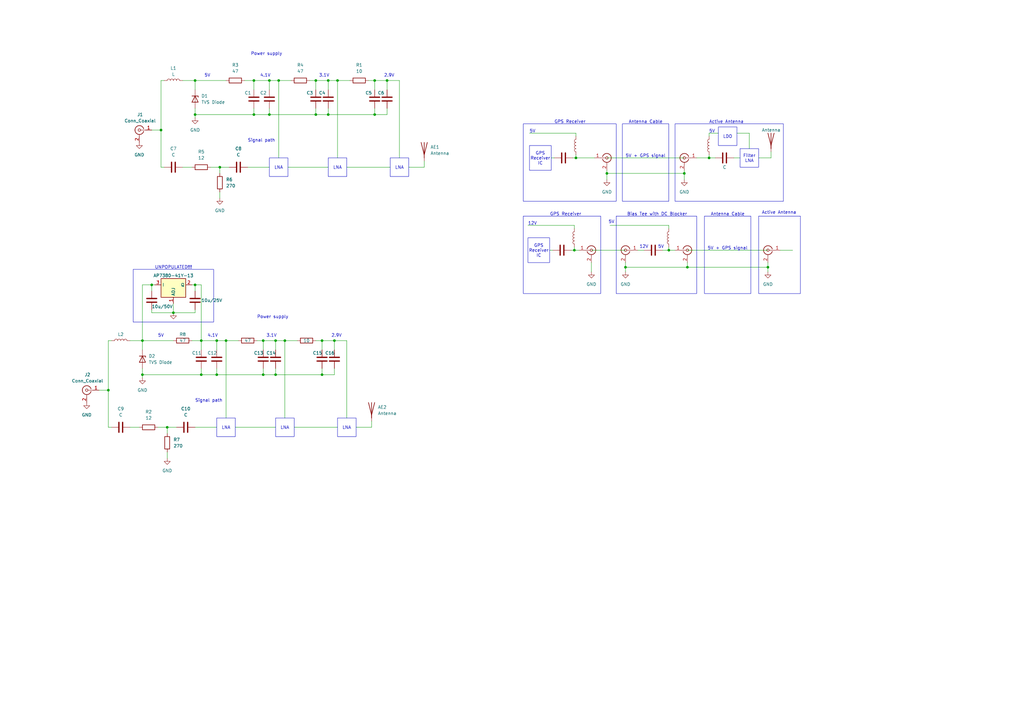
<source format=kicad_sch>
(kicad_sch (version 20230121) (generator eeschema)
  (paper "A3")
  (lib_symbols
    (symbol "Connector:Conn_Coaxial" (pin_names (offset 1.016) hide)
      (property "Reference" "J" (at 0.254 3.048 0))
      (property "Value" "Conn_Coaxial" (at 2.921 0 90))
      (symbol "Conn_Coaxial_0_1"
        (arc (start -1.778 -0.508) (mid 0.2311 -1.8066) (end 1.778 0) (stroke (width 0.254)))
        (polyline (pts (xy -2.54 0) (xy -0.508 0)))
        (polyline (pts (xy 0 -2.54) (xy 0 -1.778)))
        (circle (center 0 0) (radius 0.508) (stroke (width 0.2032)))
        (arc (start 1.778 0) (mid 0.2099 1.8101) (end -1.778 0.508) (stroke (width 0.254)))
      )
      (symbol "Conn_Coaxial_1_1"
        (pin passive line (at -5.08 0 0) (length 2.54) (name "In") (number "1"))
        (pin passive line (at 0 -5.08 90) (length 2.54) (name "Ext") (number "2"))
      )
    )
    (symbol "Device:Antenna" (pin_numbers hide) (pin_names (offset 1.016) hide)
      (property "Reference" "AE" (at -1.905 1.905 0))
      (property "Value" "Antenna" (at -1.905 0 0))
      (symbol "Antenna_0_1"
        (polyline (pts (xy 0 2.54) (xy 0 -3.81)) (stroke (width 0.254)))
        (polyline (pts (xy 1.27 2.54) (xy 0 -2.54) (xy -1.27 2.54)) (stroke (width 0.254)))
      )
      (symbol "Antenna_1_1"
        (pin input line (at 0 -5.08 90) (length 2.54) (name "A") (number "1"))
      )
    )
    (symbol "Device:C" (pin_numbers hide) (pin_names (offset 0.254))
      (property "Reference" "C" (at 0.635 2.54 0))
      (property "Value" "C" (at 0.635 -2.54 0))
      (symbol "C_0_1"
        (polyline (pts (xy -2.032 -0.762) (xy 2.032 -0.762)) (stroke (width 0.508)))
        (polyline (pts (xy -2.032 0.762) (xy 2.032 0.762)) (stroke (width 0.508)))
      )
      (symbol "C_1_1"
        (pin passive line (at 0 3.81 270) (length 2.794) (name "~") (number "1"))
        (pin passive line (at 0 -3.81 90) (length 2.794) (name "~") (number "2"))
      )
    )
    (symbol "Device:D_Zener" (pin_numbers hide) (pin_names (offset 1.016) hide)
      (property "Reference" "D" (at 0 2.54 0))
      (property "Value" "D_Zener" (at 0 -2.54 0))
      (symbol "D_Zener_0_1"
        (polyline (pts (xy 1.27 0) (xy -1.27 0)))
        (polyline (pts (xy -1.27 -1.27) (xy -1.27 1.27) (xy -0.762 1.27)) (stroke (width 0.254)))
        (polyline (pts (xy 1.27 -1.27) (xy 1.27 1.27) (xy -1.27 0) (xy 1.27 -1.27)) (stroke (width 0.254)))
      )
      (symbol "D_Zener_1_1"
        (pin passive line (at -3.81 0 0) (length 2.54) (name "K") (number "1"))
        (pin passive line (at 3.81 0 180) (length 2.54) (name "A") (number "2"))
      )
    )
    (symbol "Device:L" (pin_numbers hide) (pin_names (offset 1.016) hide)
      (property "Reference" "L" (at -1.27 0 90))
      (property "Value" "L" (at 1.905 0 90))
      (symbol "L_0_1"
        (arc (start 0 -2.54) (mid 0.6323 -1.905) (end 0 -1.27))
        (arc (start 0 -1.27) (mid 0.6323 -0.635) (end 0 0))
        (arc (start 0 0) (mid 0.6323 0.635) (end 0 1.27))
        (arc (start 0 1.27) (mid 0.6323 1.905) (end 0 2.54))
      )
      (symbol "L_1_1"
        (pin passive line (at 0 3.81 270) (length 1.27) (name "1") (number "1"))
        (pin passive line (at 0 -3.81 90) (length 1.27) (name "2") (number "2"))
      )
    )
    (symbol "Device:R" (pin_numbers hide) (pin_names (offset 0))
      (property "Reference" "R" (at 2.032 0 90))
      (property "Value" "R" (at 0 0 90))
      (symbol "R_0_1"
        (rectangle (start -1.016 -2.54) (end 1.016 2.54) (stroke (width 0.254)))
      )
      (symbol "R_1_1"
        (pin passive line (at 0 3.81 270) (length 1.27) (name "~") (number "1"))
        (pin passive line (at 0 -3.81 90) (length 1.27) (name "~") (number "2"))
      )
    )
    (symbol "Regulator_Linear:IFX27001TFV"
      (property "Reference" "U" (at 0 6.35 0))
      (property "Value" "IFX27001TFV" (at 0 3.81 0))
      (symbol "IFX27001TFV_1_1"
        (rectangle (start -5.08 2.54) (end 5.08 -5.08) (stroke (width 0.254)) (fill (type background)))
        (pin input line (at 0 -7.62 90) (length 2.54) (name "ADJ") (number "1"))
        (pin power_out line (at 7.62 0 180) (length 2.54) (name "Q") (number "2"))
        (pin power_in line (at -7.62 0 0) (length 2.54) (name "I") (number "3"))
      )
    )
    (symbol "power:GND" (power) (pin_names (offset 0))
      (property "Value" "GND" (at 0 -3.81 0))
      (symbol "GND_0_1"
        (polyline (pts (xy 0 0) (xy 0 -1.27) (xy 1.27 -1.27) (xy 0 -2.54) (xy -1.27 -1.27) (xy 0 -1.27)))
      )
      (symbol "GND_1_1"
        (pin power_in line (at 0 0 270) (length 0) hide (name "GND") (number "1"))
      )
    )
  )
  (junction (at 88.9 153.67))
  (junction (at 82.55 139.7))
  (junction (at 274.32 102.616))
  (junction (at 153.67 46.99))
  (junction (at 113.03 153.67))
  (junction (at 92.71 139.7))
  (junction (at 129.54 33.02))
  (junction (at 132.08 139.7))
  (junction (at 107.95 139.7))
  (junction (at 44.45 160.02))
  (junction (at 62.23 116.84))
  (junction (at 158.75 33.02))
  (junction (at 90.17 68.58))
  (junction (at 80.01 116.84))
  (junction (at 256.54 109.601))
  (junction (at 80.01 46.99))
  (junction (at 58.42 139.7))
  (junction (at 132.08 153.67))
  (junction (at 280.67 71.12))
  (junction (at 66.04 53.34))
  (junction (at 134.62 33.02))
  (junction (at 114.3 33.02))
  (junction (at 110.49 33.02))
  (junction (at 58.42 153.67))
  (junction (at 116.84 139.7))
  (junction (at 113.03 139.7))
  (junction (at 314.96 109.601))
  (junction (at 138.43 33.02))
  (junction (at 134.62 46.99))
  (junction (at 104.14 46.99))
  (junction (at 104.14 33.02))
  (junction (at 248.92 71.12))
  (junction (at 80.01 33.02))
  (junction (at 281.94 109.601))
  (junction (at 71.12 128.27))
  (junction (at 153.67 33.02))
  (junction (at 137.16 139.7))
  (junction (at 110.49 46.99))
  (junction (at 129.54 46.99))
  (junction (at 290.83 64.77))
  (junction (at 82.55 153.67))
  (junction (at 236.22 64.77))
  (junction (at 107.95 153.67))
  (junction (at 68.58 175.26))
  (junction (at 235.585 102.616))
  (junction (at 88.9 139.7))
  (wire (pts (xy 68.58 185.42) (xy 68.58 187.96)))
  (wire (pts (xy 62.23 116.84) (xy 62.23 119.38)))
  (wire (pts (xy 248.92 69.85) (xy 248.92 71.12)))
  (wire (pts (xy 62.23 53.34) (xy 66.04 53.34)))
  (wire (pts (xy 58.42 151.13) (xy 58.42 153.67)))
  (wire (pts (xy 58.42 139.7) (xy 58.42 116.84)))
  (wire (pts (xy 58.42 139.7) (xy 71.12 139.7)))
  (wire (pts (xy 110.49 46.99) (xy 110.49 44.45)))
  (wire (pts (xy 129.54 33.02) (xy 129.54 36.83)))
  (wire (pts (xy 58.42 116.84) (xy 62.23 116.84)))
  (wire (pts (xy 78.74 116.84) (xy 80.01 116.84)))
  (wire (pts (xy 82.55 116.84) (xy 82.55 139.7)))
  (wire (pts (xy 153.67 33.02) (xy 153.67 36.83)))
  (wire (pts (xy 58.42 153.67) (xy 58.42 154.94)))
  (wire (pts (xy 281.94 102.616) (xy 314.96 102.616)))
  (wire (pts (xy 153.67 33.02) (xy 158.75 33.02)))
  (wire (pts (xy 116.84 139.7) (xy 116.84 171.45)))
  (wire (pts (xy 104.14 33.02) (xy 110.49 33.02)))
  (wire (pts (xy 226.06 64.77) (xy 227.33 64.77)))
  (wire (pts (xy 107.95 153.67) (xy 113.03 153.67)))
  (wire (pts (xy 53.34 139.7) (xy 58.42 139.7)))
  (wire (pts (xy 116.84 139.7) (xy 121.92 139.7)))
  (wire (pts (xy 216.535 92.456) (xy 235.585 92.456)))
  (wire (pts (xy 134.62 33.02) (xy 138.43 33.02)))
  (wire (pts (xy 113.03 153.67) (xy 113.03 151.13)))
  (wire (pts (xy 132.08 151.13) (xy 132.08 153.67)))
  (wire (pts (xy 235.585 101.346) (xy 235.585 102.616)))
  (wire (pts (xy 90.17 78.74) (xy 90.17 81.28)))
  (wire (pts (xy 129.54 44.45) (xy 129.54 46.99)))
  (wire (pts (xy 153.67 46.99) (xy 158.75 46.99)))
  (wire (pts (xy 88.9 139.7) (xy 88.9 143.51)))
  (wire (pts (xy 74.93 33.02) (xy 80.01 33.02)))
  (wire (pts (xy 236.22 55.88) (xy 236.22 54.61)))
  (wire (pts (xy 307.34 54.61) (xy 307.34 60.96)))
  (wire (pts (xy 110.49 33.02) (xy 114.3 33.02)))
  (wire (pts (xy 320.04 102.616) (xy 325.12 102.616)))
  (wire (pts (xy 137.16 153.67) (xy 137.16 151.13)))
  (wire (pts (xy 110.49 46.99) (xy 129.54 46.99)))
  (wire (pts (xy 107.95 139.7) (xy 107.95 143.51)))
  (wire (pts (xy 290.83 54.61) (xy 294.64 54.61)))
  (wire (pts (xy 163.83 33.02) (xy 163.83 64.77)))
  (wire (pts (xy 134.62 46.99) (xy 153.67 46.99)))
  (wire (pts (xy 80.01 46.99) (xy 80.01 48.26)))
  (wire (pts (xy 58.42 153.67) (xy 82.55 153.67)))
  (wire (pts (xy 248.92 64.77) (xy 280.67 64.77)))
  (wire (pts (xy 88.9 139.7) (xy 92.71 139.7)))
  (wire (pts (xy 129.54 139.7) (xy 132.08 139.7)))
  (wire (pts (xy 158.75 33.02) (xy 163.83 33.02)))
  (wire (pts (xy 110.49 33.02) (xy 110.49 36.83)))
  (wire (pts (xy 80.01 128.27) (xy 80.01 127)))
  (wire (pts (xy 274.32 102.616) (xy 276.86 102.616)))
  (wire (pts (xy 104.14 33.02) (xy 104.14 36.83)))
  (wire (pts (xy 146.05 175.26) (xy 152.4 175.26)))
  (wire (pts (xy 113.03 139.7) (xy 116.84 139.7)))
  (wire (pts (xy 225.425 102.616) (xy 226.695 102.616)))
  (wire (pts (xy 80.01 33.02) (xy 92.71 33.02)))
  (wire (pts (xy 261.62 102.616) (xy 264.16 102.616)))
  (wire (pts (xy 134.62 33.02) (xy 134.62 36.83)))
  (wire (pts (xy 280.67 69.85) (xy 280.67 71.12)))
  (wire (pts (xy 138.43 33.02) (xy 143.51 33.02)))
  (wire (pts (xy 234.95 64.77) (xy 236.22 64.77)))
  (wire (pts (xy 137.16 143.51) (xy 137.16 139.7)))
  (wire (pts (xy 62.23 128.27) (xy 71.12 128.27)))
  (wire (pts (xy 82.55 139.7) (xy 82.55 143.51)))
  (wire (pts (xy 62.23 127) (xy 62.23 128.27)))
  (wire (pts (xy 167.64 68.58) (xy 173.99 68.58)))
  (wire (pts (xy 256.54 109.601) (xy 256.54 111.506)))
  (wire (pts (xy 71.12 128.27) (xy 80.01 128.27)))
  (wire (pts (xy 285.75 64.77) (xy 290.83 64.77)))
  (wire (pts (xy 62.23 116.84) (xy 63.5 116.84)))
  (wire (pts (xy 96.52 175.26) (xy 113.03 175.26)))
  (wire (pts (xy 290.83 64.77) (xy 293.37 64.77)))
  (wire (pts (xy 80.01 46.99) (xy 104.14 46.99)))
  (wire (pts (xy 138.43 33.02) (xy 138.43 64.77)))
  (wire (pts (xy 151.13 33.02) (xy 153.67 33.02)))
  (wire (pts (xy 40.64 160.02) (xy 44.45 160.02)))
  (wire (pts (xy 302.26 54.61) (xy 307.34 54.61)))
  (wire (pts (xy 311.15 64.77) (xy 316.23 64.77)))
  (wire (pts (xy 45.72 139.7) (xy 44.45 139.7)))
  (wire (pts (xy 248.92 71.12) (xy 248.92 73.66)))
  (wire (pts (xy 82.55 139.7) (xy 88.9 139.7)))
  (wire (pts (xy 66.04 33.02) (xy 66.04 53.34)))
  (wire (pts (xy 158.75 36.83) (xy 158.75 33.02)))
  (wire (pts (xy 90.17 68.58) (xy 93.98 68.58)))
  (wire (pts (xy 316.23 64.77) (xy 316.23 62.23)))
  (wire (pts (xy 80.01 175.26) (xy 88.9 175.26)))
  (wire (pts (xy 242.57 102.616) (xy 256.54 102.616)))
  (wire (pts (xy 64.77 175.26) (xy 68.58 175.26)))
  (wire (pts (xy 290.83 63.5) (xy 290.83 64.77)))
  (wire (pts (xy 234.315 102.616) (xy 235.585 102.616)))
  (wire (pts (xy 142.24 139.7) (xy 142.24 171.45)))
  (wire (pts (xy 290.83 55.88) (xy 290.83 54.61)))
  (wire (pts (xy 235.585 93.726) (xy 235.585 92.456)))
  (wire (pts (xy 107.95 151.13) (xy 107.95 153.67)))
  (wire (pts (xy 107.95 139.7) (xy 113.03 139.7)))
  (wire (pts (xy 92.71 139.7) (xy 92.71 171.45)))
  (wire (pts (xy 248.92 71.12) (xy 280.67 71.12)))
  (wire (pts (xy 281.94 109.601) (xy 281.94 107.696)))
  (wire (pts (xy 101.6 68.58) (xy 110.49 68.58)))
  (wire (pts (xy 250.19 92.456) (xy 274.32 92.456)))
  (wire (pts (xy 173.99 66.04) (xy 173.99 68.58)))
  (wire (pts (xy 256.54 107.696) (xy 256.54 109.601)))
  (wire (pts (xy 44.45 160.02) (xy 44.45 175.26)))
  (wire (pts (xy 132.08 153.67) (xy 137.16 153.67)))
  (wire (pts (xy 78.74 139.7) (xy 82.55 139.7)))
  (wire (pts (xy 104.14 46.99) (xy 110.49 46.99)))
  (wire (pts (xy 314.96 107.696) (xy 314.96 109.601)))
  (wire (pts (xy 66.04 53.34) (xy 66.04 68.58)))
  (wire (pts (xy 66.04 68.58) (xy 67.31 68.58)))
  (wire (pts (xy 88.9 153.67) (xy 107.95 153.67)))
  (wire (pts (xy 142.24 68.58) (xy 160.02 68.58)))
  (wire (pts (xy 153.67 44.45) (xy 153.67 46.99)))
  (wire (pts (xy 58.42 139.7) (xy 58.42 143.51)))
  (wire (pts (xy 90.17 68.58) (xy 90.17 71.12)))
  (wire (pts (xy 88.9 153.67) (xy 88.9 151.13)))
  (wire (pts (xy 127 33.02) (xy 129.54 33.02)))
  (wire (pts (xy 134.62 46.99) (xy 134.62 44.45)))
  (wire (pts (xy 242.57 107.696) (xy 242.57 111.506)))
  (wire (pts (xy 67.31 33.02) (xy 66.04 33.02)))
  (wire (pts (xy 129.54 46.99) (xy 134.62 46.99)))
  (wire (pts (xy 68.58 175.26) (xy 68.58 177.8)))
  (wire (pts (xy 113.03 153.67) (xy 132.08 153.67)))
  (wire (pts (xy 44.45 139.7) (xy 44.45 160.02)))
  (wire (pts (xy 53.34 175.26) (xy 57.15 175.26)))
  (wire (pts (xy 82.55 151.13) (xy 82.55 153.67)))
  (wire (pts (xy 152.4 172.72) (xy 152.4 175.26)))
  (wire (pts (xy 104.14 44.45) (xy 104.14 46.99)))
  (wire (pts (xy 74.93 68.58) (xy 78.74 68.58)))
  (wire (pts (xy 80.01 44.45) (xy 80.01 46.99)))
  (wire (pts (xy 44.45 175.26) (xy 45.72 175.26)))
  (wire (pts (xy 114.3 33.02) (xy 114.3 64.77)))
  (wire (pts (xy 300.99 64.77) (xy 303.53 64.77)))
  (wire (pts (xy 274.32 92.456) (xy 274.32 93.726)))
  (wire (pts (xy 271.78 102.616) (xy 274.32 102.616)))
  (wire (pts (xy 80.01 116.84) (xy 80.01 119.38)))
  (wire (pts (xy 256.54 109.601) (xy 281.94 109.601)))
  (wire (pts (xy 281.94 109.601) (xy 314.96 109.601)))
  (wire (pts (xy 274.32 101.346) (xy 274.32 102.616)))
  (wire (pts (xy 71.12 124.46) (xy 71.12 128.27)))
  (wire (pts (xy 132.08 139.7) (xy 132.08 143.51)))
  (wire (pts (xy 120.65 175.26) (xy 138.43 175.26)))
  (wire (pts (xy 68.58 175.26) (xy 72.39 175.26)))
  (wire (pts (xy 280.67 71.12) (xy 280.67 73.66)))
  (wire (pts (xy 158.75 46.99) (xy 158.75 44.45)))
  (wire (pts (xy 113.03 139.7) (xy 113.03 143.51)))
  (wire (pts (xy 82.55 153.67) (xy 88.9 153.67)))
  (wire (pts (xy 137.16 139.7) (xy 142.24 139.7)))
  (wire (pts (xy 217.17 54.61) (xy 236.22 54.61)))
  (wire (pts (xy 235.585 102.616) (xy 237.49 102.616)))
  (wire (pts (xy 80.01 33.02) (xy 80.01 36.83)))
  (wire (pts (xy 236.22 63.5) (xy 236.22 64.77)))
  (wire (pts (xy 236.22 64.77) (xy 243.84 64.77)))
  (wire (pts (xy 118.11 68.58) (xy 134.62 68.58)))
  (wire (pts (xy 132.08 139.7) (xy 137.16 139.7)))
  (wire (pts (xy 129.54 33.02) (xy 134.62 33.02)))
  (wire (pts (xy 314.96 109.601) (xy 314.96 111.506)))
  (wire (pts (xy 92.71 139.7) (xy 97.79 139.7)))
  (wire (pts (xy 100.33 33.02) (xy 104.14 33.02)))
  (wire (pts (xy 80.01 116.84) (xy 82.55 116.84)))
  (wire (pts (xy 86.36 68.58) (xy 90.17 68.58)))
  (wire (pts (xy 105.41 139.7) (xy 107.95 139.7)))
  (wire (pts (xy 114.3 33.02) (xy 119.38 33.02)))
  (rectangle (start 252.73 88.646) (end 285.75 120.396))
  (rectangle (start 214.63 50.8) (end 252.73 82.55))
  (rectangle (start 54.61 110.49) (end 87.63 132.08))
  (rectangle (start 311.15 88.646) (end 328.295 120.396))
  (rectangle (start 255.27 50.8) (end 274.32 82.55))
  (rectangle (start 214.63 88.646) (end 246.38 120.396))
  (rectangle (start 276.86 50.8) (end 321.31 82.55))
  (rectangle (start 288.925 88.646) (end 307.975 120.396))
  (text_box "GPS\nReceiver\nIC" (at 217.17 59.69 0) (size 8.89 10.16) (effects (font (size 1.27 1.27))))
  (text_box "Filter\nLNA\n" (at 303.53 60.96 0) (size 7.62 7.62) (effects (font (size 1.27 1.27))))
  (text_box "LNA" (at 134.62 64.77 0) (size 7.62 7.62) (effects (font (size 1.27 1.27))))
  (text_box "GPS\nReceiver\nIC" (at 216.535 97.536 0) (size 8.89 10.16) (effects (font (size 1.27 1.27))))
  (text_box "LNA" (at 113.03 171.45 0) (size 7.62 7.62) (effects (font (size 1.27 1.27))))
  (text_box "LNA" (at 138.43 171.45 0) (size 7.62 7.62) (effects (font (size 1.27 1.27))))
  (text_box "LDO\n" (at 294.64 52.07 0) (size 7.62 7.62) (effects (font (size 1.27 1.27))))
  (text_box "LNA" (at 110.49 64.77 0) (size 7.62 7.62) (effects (font (size 1.27 1.27))))
  (text_box "LNA" (at 160.02 64.77 0) (size 7.62 7.62) (effects (font (size 1.27 1.27))))
  (text_box "LNA" (at 88.9 171.45 0) (size 7.62 7.62) (effects (font (size 1.27 1.27))))
  (text "Power supply" (at 102.87 22.86 0) (effects (font (size 1.27 1.27)) (justify left bottom)))
  (text "UNPOPULATED!!!" (at 63.5 110.49 0) (effects (font (size 1.27 1.27)) (justify left bottom)))
  (text "2.9V" (at 135.89 138.43 0) (effects (font (size 1.27 1.27)) (justify left bottom)))
  (text "5V" (at 269.875 101.981 0) (effects (font (size 1.27 1.27)) (justify left bottom)))
  (text "GPS Receiver" (at 225.552 88.646 0) (effects (font (size 1.27 1.27)) (justify left bottom)))
  (text "12V" (at 216.535 92.456 0) (effects (font (size 1.27 1.27)) (justify left bottom)))
  (text "Signal path" (at 80.01 165.1 0) (effects (font (size 1.27 1.27)) (justify left bottom)))
  (text "Antenna Cable" (at 291.465 88.646 0) (effects (font (size 1.27 1.27)) (justify left bottom)))
  (text "5V" (at 83.82 31.75 0) (effects (font (size 1.27 1.27)) (justify left bottom)))
  (text "GPS Receiver" (at 227.33 50.8 0) (effects (font (size 1.27 1.27)) (justify left bottom)))
  (text "4.1V" (at 85.09 138.43 0) (effects (font (size 1.27 1.27)) (justify left bottom)))
  (text "4.1V" (at 106.68 31.75 0) (effects (font (size 1.27 1.27)) (justify left bottom)))
  (text "5V" (at 217.17 54.61 0) (effects (font (size 1.27 1.27)) (justify left bottom)))
  (text "Power supply" (at 105.41 130.81 0) (effects (font (size 1.27 1.27)) (justify left bottom)))
  (text "5V" (at 64.77 138.43 0) (effects (font (size 1.27 1.27)) (justify left bottom)))
  (text "2.9V" (at 157.48 31.75 0) (effects (font (size 1.27 1.27)) (justify left bottom)))
  (text "5V" (at 249.555 91.821 0) (effects (font (size 1.27 1.27)) (justify left bottom)))
  (text "Active Antenna" (at 312.42 88.011 0) (effects (font (size 1.27 1.27)) (justify left bottom)))
  (text "Bias Tee with DC Blocker" (at 257.175 88.646 0) (effects (font (size 1.27 1.27)) (justify left bottom)))
  (text "3.1V" (at 109.22 138.43 0) (effects (font (size 1.27 1.27)) (justify left bottom)))
  (text "Active Antenna" (at 290.83 50.8 0) (effects (font (size 1.27 1.27)) (justify left bottom)))
  (text "Signal path" (at 101.6 58.42 0) (effects (font (size 1.27 1.27)) (justify left bottom)))
  (text "Antenna Cable" (at 257.81 50.8 0) (effects (font (size 1.27 1.27)) (justify left bottom)))
  (text "5V + GPS signal" (at 256.54 64.77 0) (effects (font (size 1.27 1.27)) (justify left bottom)))
  (text "3.1V" (at 130.81 31.75 0) (effects (font (size 1.27 1.27)) (justify left bottom)))
  (text "5V" (at 290.83 54.61 0) (effects (font (size 1.27 1.27)) (justify left bottom)))
  (text "12V" (at 262.255 101.981 0) (effects (font (size 1.27 1.27)) (justify left bottom)))
  (text "5V + GPS signal" (at 290.195 102.616 0) (effects (font (size 1.27 1.27)) (justify left bottom)))
  (symbol (lib_id "power:GND") (at 80.01 48.26 0) (unit 1)
    (property "Reference" "#PWR02" (effects hide))
    (property "Value" "GND" (at 80.01 53.34 0))
  )
  (symbol (lib_id "Connector:Conn_Coaxial") (at 280.67 64.77 0) (mirror y) (unit 1)
    (property "Reference" "J4" (effects hide))
    (property "Value" "Conn_Coaxial" (effects hide))
    (property "Datasheet" " ~" (effects hide))
  )
  (symbol (lib_id "Device:R") (at 74.93 139.7 90) (unit 1)
    (property "Reference" "R8" (at 74.93 137.16 90))
    (property "Value" "47" (at 74.93 139.7 90))
  )
  (symbol (lib_id "power:GND") (at 314.96 111.506 0) (unit 1)
    (property "Reference" "#PWR012" (effects hide))
    (property "Value" "GND" (at 314.96 116.586 0))
  )
  (symbol (lib_id "Regulator_Linear:IFX27001TFV") (at 71.12 116.84 0) (unit 1)
    (property "Reference" "AP7380-41Y-13" (at 71.12 113.03 0))
    (property "Value" "IFX27001TFV" (effects hide))
    (property "Footprint" "Package_TO_SOT_SMD:TO-252-3_TabPin2" (effects hide))
    (property "Datasheet" "https://static6.arrow.com/aropdfconversion/dc75757ae45a88e5f69bdce3f2a651a5fe0ca07d/ifx27001_ds_10.pdf" (effects hide))
  )
  (symbol (lib_id "Device:D_Zener") (at 58.42 147.32 270) (unit 1)
    (property "Reference" "D2" (at 60.96 146.05 90) (effects (justify left)))
    (property "Value" "TVS Diode" (at 60.96 148.59 90) (effects (justify left)))
  )
  (symbol (lib_id "Device:Antenna") (at 316.23 57.15 0) (unit 1)
    (property "Reference" "AE3" (effects hide))
    (property "Value" "Antenna" (at 312.42 53.34 0) (effects (justify left)))
  )
  (symbol (lib_id "Device:C") (at 71.12 68.58 90) (unit 1)
    (property "Reference" "C7" (at 71.12 60.96 90))
    (property "Value" "C" (at 71.12 63.5 90))
  )
  (symbol (lib_id "Device:C") (at 80.01 123.19 0) (unit 1)
    (property "Reference" "10u/25V" (at 82.55 123.19 0) (effects (justify left)))
    (property "Value" "C" (effects hide))
  )
  (symbol (lib_id "Connector:Conn_Coaxial") (at 248.92 64.77 0) (unit 1)
    (property "Reference" "J3" (effects hide))
    (property "Value" "Conn_Coaxial" (effects hide))
    (property "Datasheet" " ~" (effects hide))
  )
  (symbol (lib_id "Device:C") (at 230.505 102.616 90) (unit 1)
    (property "Reference" "C19" (effects hide))
    (property "Value" "C" (effects hide))
  )
  (symbol (lib_id "Device:L") (at 71.12 33.02 90) (unit 1)
    (property "Reference" "L1" (at 71.12 27.94 90))
    (property "Value" "L" (at 71.12 30.48 90))
  )
  (symbol (lib_id "power:GND") (at 57.15 58.42 0) (unit 1)
    (property "Reference" "#PWR03" (effects hide))
    (property "Value" "GND" (at 57.15 63.5 0))
  )
  (symbol (lib_id "Device:C") (at 267.97 102.616 90) (unit 1)
    (property "Reference" "C20" (effects hide))
    (property "Value" "C" (effects hide))
  )
  (symbol (lib_id "Device:R") (at 101.6 139.7 90) (unit 1)
    (property "Reference" "R9" (effects hide))
    (property "Value" "47" (at 101.6 139.7 90))
  )
  (symbol (lib_id "Device:C") (at 153.67 40.64 0) (unit 1)
    (property "Reference" "C5" (at 149.86 38.1 0) (effects (justify left)))
    (property "Value" "C" (effects hide))
  )
  (symbol (lib_id "Device:C") (at 76.2 175.26 90) (unit 1)
    (property "Reference" "C10" (at 76.2 167.64 90))
    (property "Value" "C" (at 76.2 170.18 90))
  )
  (symbol (lib_id "Device:C") (at 129.54 40.64 0) (unit 1)
    (property "Reference" "C3" (at 125.73 38.1 0) (effects (justify left)))
    (property "Value" "C" (effects hide))
  )
  (symbol (lib_id "power:GND") (at 248.92 73.66 0) (unit 1)
    (property "Reference" "#PWR08" (effects hide))
    (property "Value" "GND" (at 248.92 78.74 0))
  )
  (symbol (lib_id "Device:C") (at 104.14 40.64 0) (unit 1)
    (property "Reference" "C1" (at 100.33 38.1 0) (effects (justify left)))
    (property "Value" "C" (effects hide))
  )
  (symbol (lib_id "Device:C") (at 231.14 64.77 90) (unit 1)
    (property "Reference" "C17" (effects hide))
    (property "Value" "C" (effects hide))
  )
  (symbol (lib_id "Device:L") (at 290.83 59.69 180) (unit 1)
    (property "Reference" "L4" (effects hide))
    (property "Value" "L" (effects hide))
  )
  (symbol (lib_id "Device:L") (at 236.22 59.69 180) (unit 1)
    (property "Reference" "L3" (effects hide))
    (property "Value" "L" (effects hide))
  )
  (symbol (lib_id "Device:R") (at 90.17 74.93 0) (unit 1)
    (property "Reference" "R6" (at 92.71 73.66 0) (effects (justify left)))
    (property "Value" "270" (at 92.71 76.2 0) (effects (justify left)))
  )
  (symbol (lib_id "Device:C") (at 82.55 147.32 0) (unit 1)
    (property "Reference" "C11" (at 78.74 144.78 0) (effects (justify left)))
    (property "Value" "C" (effects hide))
  )
  (symbol (lib_id "Connector:Conn_Coaxial") (at 35.56 160.02 0) (mirror y) (unit 1)
    (property "Reference" "J2" (at 35.8774 153.67 0))
    (property "Value" "Conn_Coaxial" (at 35.8774 156.21 0))
    (property "Datasheet" " ~" (effects hide))
  )
  (symbol (lib_id "Device:R") (at 96.52 33.02 90) (unit 1)
    (property "Reference" "R3" (at 96.52 26.67 90))
    (property "Value" "47" (at 96.52 29.21 90))
  )
  (symbol (lib_id "power:GND") (at 90.17 81.28 0) (unit 1)
    (property "Reference" "#PWR04" (effects hide))
    (property "Value" "GND" (at 90.17 86.36 0))
  )
  (symbol (lib_id "power:GND") (at 68.58 187.96 0) (unit 1)
    (property "Reference" "#PWR06" (effects hide))
    (property "Value" "GND" (at 68.58 193.04 0))
  )
  (symbol (lib_id "Device:L") (at 274.32 97.536 180) (unit 1)
    (property "Reference" "L6" (effects hide))
    (property "Value" "L" (effects hide))
  )
  (symbol (lib_id "Device:C") (at 49.53 175.26 90) (unit 1)
    (property "Reference" "C9" (at 49.53 167.64 90))
    (property "Value" "C" (at 49.53 170.18 90))
  )
  (symbol (lib_id "Device:R") (at 68.58 181.61 0) (unit 1)
    (property "Reference" "R7" (at 71.12 180.34 0) (effects (justify left)))
    (property "Value" "270" (at 71.12 182.88 0) (effects (justify left)))
  )
  (symbol (lib_id "Device:C") (at 134.62 40.64 0) (unit 1)
    (property "Reference" "C4" (at 130.81 38.1 0) (effects (justify left)))
    (property "Value" "C" (effects hide))
  )
  (symbol (lib_id "Device:C") (at 110.49 40.64 0) (unit 1)
    (property "Reference" "C2" (at 106.68 38.1 0) (effects (justify left)))
    (property "Value" "C" (effects hide))
  )
  (symbol (lib_id "Device:Antenna") (at 173.99 60.96 0) (unit 1)
    (property "Reference" "AE1" (at 176.53 60.325 0) (effects (justify left)))
    (property "Value" "Antenna" (at 176.53 62.865 0) (effects (justify left)))
  )
  (symbol (lib_id "power:GND") (at 256.54 111.506 0) (unit 1)
    (property "Reference" "#PWR011" (effects hide))
    (property "Value" "GND" (at 256.54 116.586 0))
  )
  (symbol (lib_id "power:GND") (at 280.67 73.66 0) (unit 1)
    (property "Reference" "#PWR09" (effects hide))
    (property "Value" "GND" (at 280.67 78.74 0))
  )
  (symbol (lib_id "Device:C") (at 132.08 147.32 0) (unit 1)
    (property "Reference" "C15" (at 128.27 144.78 0) (effects (justify left)))
    (property "Value" "C" (effects hide))
  )
  (symbol (lib_id "Device:R") (at 123.19 33.02 90) (unit 1)
    (property "Reference" "R4" (at 123.19 26.67 90))
    (property "Value" "47" (at 123.19 29.21 90))
  )
  (symbol (lib_id "Device:L") (at 49.53 139.7 90) (unit 1)
    (property "Reference" "L2" (at 49.53 137.16 90))
    (property "Value" "L" (effects hide))
  )
  (symbol (lib_id "Device:C") (at 113.03 147.32 0) (unit 1)
    (property "Reference" "C14" (at 109.22 144.78 0) (effects (justify left)))
    (property "Value" "C" (effects hide))
  )
  (symbol (lib_id "Connector:Conn_Coaxial") (at 256.54 102.616 0) (mirror y) (unit 1)
    (property "Reference" "J6" (effects hide))
    (property "Value" "Conn_Coaxial" (effects hide))
    (property "Datasheet" " ~" (effects hide))
  )
  (symbol (lib_id "Device:C") (at 137.16 147.32 0) (unit 1)
    (property "Reference" "C16" (at 133.35 144.78 0) (effects (justify left)))
    (property "Value" "C" (effects hide))
  )
  (symbol (lib_id "Device:C") (at 297.18 64.77 90) (unit 1)
    (property "Reference" "C18" (effects hide))
    (property "Value" "C" (at 297.18 68.58 90))
  )
  (symbol (lib_id "Connector:Conn_Coaxial") (at 314.96 102.616 0) (mirror y) (unit 1)
    (property "Reference" "J8" (effects hide))
    (property "Value" "Conn_Coaxial" (effects hide))
    (property "Datasheet" " ~" (effects hide))
  )
  (symbol (lib_id "Connector:Conn_Coaxial") (at 242.57 102.616 0) (unit 1)
    (property "Reference" "J5" (effects hide))
    (property "Value" "Conn_Coaxial" (effects hide))
    (property "Datasheet" " ~" (effects hide))
  )
  (symbol (lib_id "Device:R") (at 125.73 139.7 90) (unit 1)
    (property "Reference" "R10" (effects hide))
    (property "Value" "10" (at 125.73 139.7 90))
  )
  (symbol (lib_id "Device:R") (at 60.96 175.26 90) (unit 1)
    (property "Reference" "R2" (at 60.96 168.91 90))
    (property "Value" "12" (at 60.96 171.45 90))
  )
  (symbol (lib_id "Connector:Conn_Coaxial") (at 57.15 53.34 0) (mirror y) (unit 1)
    (property "Reference" "J1" (at 57.4674 46.99 0))
    (property "Value" "Conn_Coaxial" (at 57.4674 49.53 0))
    (property "Datasheet" " ~" (effects hide))
  )
  (symbol (lib_id "power:GND") (at 58.42 154.94 0) (unit 1)
    (property "Reference" "#PWR05" (effects hide))
    (property "Value" "GND" (at 58.42 160.02 0))
  )
  (symbol (lib_id "Device:C") (at 158.75 40.64 0) (unit 1)
    (property "Reference" "C6" (at 154.94 38.1 0) (effects (justify left)))
    (property "Value" "C" (effects hide))
  )
  (symbol (lib_id "Connector:Conn_Coaxial") (at 281.94 102.616 0) (unit 1)
    (property "Reference" "J7" (effects hide))
    (property "Value" "Conn_Coaxial" (effects hide))
    (property "Datasheet" " ~" (effects hide))
  )
  (symbol (lib_id "Device:C") (at 62.23 123.19 0) (unit 1)
    (property "Reference" "10u/50V" (at 62.23 125.73 0) (effects (justify left)))
    (property "Value" "C" (effects hide))
  )
  (symbol (lib_id "Device:Antenna") (at 152.4 167.64 0) (unit 1)
    (property "Reference" "AE2" (at 154.94 167.005 0) (effects (justify left)))
    (property "Value" "Antenna" (at 154.94 169.545 0) (effects (justify left)))
  )
  (symbol (lib_id "Device:C") (at 88.9 147.32 0) (unit 1)
    (property "Reference" "C12" (at 85.09 144.78 0) (effects (justify left)))
    (property "Value" "C" (effects hide))
  )
  (symbol (lib_id "Device:L") (at 235.585 97.536 180) (unit 1)
    (property "Reference" "L5" (effects hide))
    (property "Value" "L" (effects hide))
  )
  (symbol (lib_id "power:GND") (at 242.57 111.506 0) (unit 1)
    (property "Reference" "#PWR010" (effects hide))
    (property "Value" "GND" (at 242.57 116.586 0))
  )
  (symbol (lib_id "Device:D_Zener") (at 80.01 40.64 270) (unit 1)
    (property "Reference" "D1" (at 82.55 39.37 90) (effects (justify left)))
    (property "Value" "TVS Diode" (at 82.55 41.91 90) (effects (justify left)))
  )
  (symbol (lib_id "power:GND") (at 71.12 128.27 0) (unit 1)
    (property "Reference" "#PWR07" (effects hide))
    (property "Value" "GND" (effects hide))
  )
  (symbol (lib_id "Device:R") (at 147.32 33.02 90) (unit 1)
    (property "Reference" "R1" (at 147.32 26.67 90))
    (property "Value" "10" (at 147.32 29.21 90))
  )
  (symbol (lib_id "Device:C") (at 97.79 68.58 90) (unit 1)
    (property "Reference" "C8" (at 97.79 60.96 90))
    (property "Value" "C" (at 97.79 63.5 90))
  )
  (symbol (lib_id "Device:R") (at 82.55 68.58 90) (unit 1)
    (property "Reference" "R5" (at 82.55 62.23 90))
    (property "Value" "12" (at 82.55 64.77 90))
  )
  (symbol (lib_id "Device:C") (at 107.95 147.32 0) (unit 1)
    (property "Reference" "C13" (at 104.14 144.78 0) (effects (justify left)))
    (property "Value" "C" (effects hide))
  )
  (symbol (lib_id "power:GND") (at 35.56 165.1 0) (unit 1)
    (property "Reference" "#PWR01" (effects hide))
    (property "Value" "GND" (at 35.56 170.18 0))
  )
)
</source>
